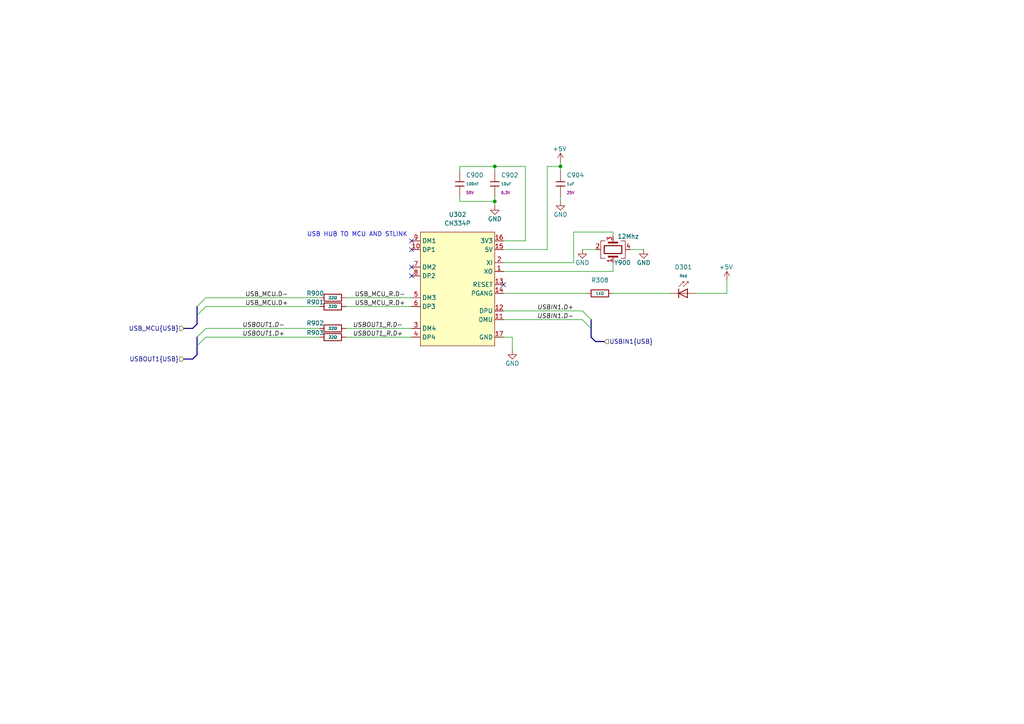
<source format=kicad_sch>
(kicad_sch (version 20250114) (generator "eeschema") (generator_version "9.0")
  (paper "A4")
  (title_block (title "ModuCard power supply unit") (date "2025-08-05") (rev "0") (company "KoNaR") (comment 1 "Base project authors: Dominik Pluta, Artem Horiunov") (comment 2 "Project author: Maciej Chodowiec"))
  (lib_symbols
    (symbol "CH334P:CH334P"
      (property "Reference" "U" (at -8.89 7.62 0))
      (property "Value" "CH334P" (at -1.27 1.27 0))
      (symbol "CH334P_1_1"
        (rectangle (start -10.16 6.35) (end 11.43 -26.67) (fill (type background)))
        (pin input line (at -12.7 3.81 0) (length 2.54) (name "DM1") (number "9"))
        (pin input line (at -12.7 1.27 0) (length 2.54) (name "DP1") (number "10"))
        (pin input line (at -12.7 -3.81 0) (length 2.54) (name "DM2") (number "7"))
        (pin input line (at -12.7 -6.35 0) (length 2.54) (name "DP2") (number "8"))
        (pin input line (at -12.7 -12.7 0) (length 2.54) (name "DM3") (number "5"))
        (pin input line (at -12.7 -15.24 0) (length 2.54) (name "DP3") (number "6"))
        (pin input line (at -12.7 -21.59 0) (length 2.54) (name "DM4") (number "3"))
        (pin input line (at -12.7 -24.13 0) (length 2.54) (name "DP4") (number "4"))
        (pin input line (at 13.97 3.81 180) (length 2.54) (name "3V3") (number "16"))
        (pin input line (at 13.97 1.27 180) (length 2.54) (name "5V") (number "15"))
        (pin input line (at 13.97 -2.54 180) (length 2.54) (name "XI") (number "2"))
        (pin input line (at 13.97 -5.08 180) (length 2.54) (name "XO") (number "1"))
        (pin input line (at 13.97 -8.89 180) (length 2.54) (name "RESET") (number "13"))
        (pin input line (at 13.97 -11.43 180) (length 2.54) (name "PGANG") (number "14"))
        (pin input line (at 13.97 -16.51 180) (length 2.54) (name "DPU") (number "12"))
        (pin input line (at 13.97 -19.05 180) (length 2.54) (name "DMU") (number "11"))
        (pin input line (at 13.97 -24.13 180) (length 2.54) (name "GND") (number "17"))
      )
    )
    (symbol "Device:Crystal_GND24" (pin_names (offset 1.016) (hide yes))
      (property "Reference" "Y" (at 3.175 5.08 0))
      (property "Value" "Crystal_GND24" (at 3.175 3.175 0))
      (symbol "Crystal_GND24_0_1"
        (polyline (pts (xy -2.54 2.286) (xy -2.54 3.556) (xy 2.54 3.556) (xy 2.54 2.286)))
        (polyline (pts (xy -2.54 0) (xy -2.032 0)))
        (polyline (pts (xy -2.54 -2.286) (xy -2.54 -3.556) (xy 2.54 -3.556) (xy 2.54 -2.286)))
        (polyline (pts (xy -2.032 -1.27) (xy -2.032 1.27)) (stroke (width 0.508)))
        (rectangle (start -1.143 2.54) (end 1.143 -2.54) (stroke (width 0.3048)))
        (polyline (pts (xy 0 3.556) (xy 0 3.81)))
        (polyline (pts (xy 0 -3.81) (xy 0 -3.556)))
        (polyline (pts (xy 2.032 0) (xy 2.54 0)))
        (polyline (pts (xy 2.032 -1.27) (xy 2.032 1.27)) (stroke (width 0.508)))
      )
      (symbol "Crystal_GND24_1_1"
        (pin passive line (at -3.81 0 0) (length 1.27) (name "1") (number "1"))
        (pin passive line (at 0 5.08 270) (length 1.27) (name "2") (number "2"))
        (pin passive line (at 0 -5.08 90) (length 1.27) (name "4") (number "4"))
        (pin passive line (at 3.81 0 180) (length 1.27) (name "3") (number "3"))
      )
    )
    (symbol "PCM_JLCPCB-Capacitors:0402,100nF,(2)" (pin_numbers (hide yes)) (pin_names (offset 0))
      (property "Reference" "C" (at 2.032 1.668 0))
      (property "Value" "100nF" (at 2.032 -0.3782 0))
      (property "Voltage Rated" "50V" (at 2.032 -2.0462 0))
      (symbol "0402,100nF,(2)_0_1"
        (polyline (pts (xy -1.27 0.635) (xy 1.27 0.635)) (stroke (width 0.254)))
        (polyline (pts (xy -1.27 -0.635) (xy 1.27 -0.635)) (stroke (width 0.254)))
      )
      (symbol "0402,100nF,(2)_1_1"
        (pin passive line (at 0 3.81 270) (length 3.175) (name "~") (number "1"))
        (pin passive line (at 0 -3.81 90) (length 3.175) (name "~") (number "2"))
      )
    )
    (symbol "PCM_JLCPCB-Capacitors:0402,10uF" (pin_numbers (hide yes)) (pin_names (offset 0))
      (property "Reference" "C" (at 2.032 1.668 0))
      (property "Value" "10uF" (at 2.032 -0.3782 0))
      (property "Voltage Rated" "6.3V" (at 2.032 -2.0462 0))
      (symbol "0402,10uF_0_1"
        (polyline (pts (xy -1.27 0.635) (xy 1.27 0.635)) (stroke (width 0.254)))
        (polyline (pts (xy -1.27 -0.635) (xy 1.27 -0.635)) (stroke (width 0.254)))
      )
      (symbol "0402,10uF_1_1"
        (pin passive line (at 0 3.81 270) (length 3.175) (name "~") (number "1"))
        (pin passive line (at 0 -3.81 90) (length 3.175) (name "~") (number "2"))
      )
    )
    (symbol "PCM_JLCPCB-Capacitors:0402,1uF" (pin_numbers (hide yes)) (pin_names (offset 0))
      (property "Reference" "C" (at 2.032 1.668 0))
      (property "Value" "1uF" (at 2.032 -0.3782 0))
      (property "Voltage Rated" "25V" (at 2.032 -2.0462 0))
      (symbol "0402,1uF_0_1"
        (polyline (pts (xy -1.27 0.635) (xy 1.27 0.635)) (stroke (width 0.254)))
        (polyline (pts (xy -1.27 -0.635) (xy 1.27 -0.635)) (stroke (width 0.254)))
      )
      (symbol "0402,1uF_1_1"
        (pin passive line (at 0 3.81 270) (length 3.175) (name "~") (number "1"))
        (pin passive line (at 0 -3.81 90) (length 3.175) (name "~") (number "2"))
      )
    )
    (symbol "PCM_JLCPCB-Diodes:LED,0603,Red" (pin_numbers (hide yes)) (pin_names (offset 0))
      (property "Reference" "D" (at 2.032 0.834 0))
      (property "Value" "Red" (at 2.032 -1.2122 0))
      (symbol "LED,0603,Red_0_1"
        (polyline (pts (xy -1.905 0) (xy -3.429 1.524) (xy -3.429 1.016) (xy -3.429 1.524) (xy -2.921 1.524)) (stroke (width 0.127)))
        (polyline (pts (xy -1.905 -1.27) (xy -3.429 0.254) (xy -3.429 -0.254) (xy -3.429 0.254) (xy -2.921 0.254)) (stroke (width 0.127)))
        (polyline (pts (xy -1.27 1.27) (xy 0 -1.27) (xy 1.27 1.27) (xy -1.27 1.27)) (stroke (width 0.254)))
        (polyline (pts (xy -1.27 -1.27) (xy 1.27 -1.27)) (stroke (width 0.254)))
      )
      (symbol "LED,0603,Red_1_1"
        (pin passive line (at 0 3.81 270) (length 3.81) (name "~") (number "2"))
        (pin passive line (at 0 -3.81 90) (length 3.81) (name "~") (number "1"))
      )
    )
    (symbol "PCM_JLCPCB-Resistors:0402,1kΩ" (pin_numbers (hide yes)) (pin_names (offset 0))
      (property "Reference" "R" (at 1.778 0 0))
      (property "Value" "1kΩ" (at 0 0 90))
      (symbol "0402,1kΩ_0_1"
        (rectangle (start -1.016 2.54) (end 1.016 -2.54) (stroke (width 0.254)))
      )
      (symbol "0402,1kΩ_1_1"
        (pin passive line (at 0 3.81 270) (length 1.27) (name "~") (number "1"))
        (pin passive line (at 0 -3.81 90) (length 1.27) (name "~") (number "2"))
      )
    )
    (symbol "PCM_JLCPCB-Resistors:0402,22Ω" (pin_numbers (hide yes)) (pin_names (offset 0))
      (property "Reference" "R" (at 1.778 0 0))
      (property "Value" "22Ω" (at 0 0 90))
      (symbol "0402,22Ω_0_1"
        (rectangle (start -1.016 2.54) (end 1.016 -2.54) (stroke (width 0.254)))
      )
      (symbol "0402,22Ω_1_1"
        (pin passive line (at 0 3.81 270) (length 1.27) (name "~") (number "1"))
        (pin passive line (at 0 -3.81 90) (length 1.27) (name "~") (number "2"))
      )
    )
    (symbol "power:+5V" (power) (pin_numbers (hide yes)) (pin_names (offset 0) (hide yes))
      (property "Value" "+5V" (at 0 3.556 0))
      (symbol "+5V_0_1"
        (polyline (pts (xy -0.762 1.27) (xy 0 2.54)))
        (polyline (pts (xy 0 2.54) (xy 0.762 1.27)))
        (polyline (pts (xy 0 0) (xy 0 2.54)))
      )
      (symbol "+5V_1_1"
        (pin power_in line (at 0 0 90) (length 0) (name "~") (number "1"))
      )
    )
    (symbol "power:GND" (power) (pin_numbers (hide yes)) (pin_names (offset 0) (hide yes))
      (property "Value" "GND" (at 0 -3.81 0))
      (symbol "GND_0_1"
        (polyline (pts (xy 0 0) (xy 0 -1.27) (xy 1.27 -1.27) (xy 0 -2.54) (xy -1.27 -1.27) (xy 0 -1.27)))
      )
      (symbol "GND_1_1"
        (pin power_in line (at 0 0 270) (length 0) (name "~") (number "1"))
      )
    )
  )
  (bus_alias "USB" (members "D+" "D-"))
  (text "USB HUB TO MCU AND STLINK" (at 103.632 68.072 0) (effects (font (size 1.27 1.27))))
  (junction (at 162.56 48.26))
  (junction (at 143.51 58.42))
  (junction (at 143.51 48.26))
  (no_connect (at 119.38 80.01))
  (no_connect (at 119.38 77.47))
  (no_connect (at 119.38 69.85))
  (no_connect (at 146.05 82.55))
  (no_connect (at 119.38 72.39))
  (bus_entry (at 59.69 86.36) (size -2.54 2.54))
  (bus_entry (at 171.45 95.25) (size -2.54 -2.54))
  (bus_entry (at 59.69 95.25) (size -2.54 2.54))
  (bus_entry (at 59.69 97.79) (size -2.54 2.54))
  (bus_entry (at 171.45 92.71) (size -2.54 -2.54))
  (bus_entry (at 59.69 88.9) (size -2.54 2.54))
  (wire (pts (xy 133.35 48.26) (xy 143.51 48.26)))
  (wire (pts (xy 59.69 97.79) (xy 92.71 97.79)))
  (wire (pts (xy 182.88 72.39) (xy 186.69 72.39)))
  (wire (pts (xy 59.69 95.25) (xy 92.71 95.25)))
  (wire (pts (xy 158.75 48.26) (xy 158.75 72.39)))
  (wire (pts (xy 146.05 90.17) (xy 168.91 90.17)))
  (wire (pts (xy 201.93 85.09) (xy 210.82 85.09)))
  (bus (pts (xy 57.15 91.44) (xy 57.15 93.98)))
  (wire (pts (xy 168.91 72.39) (xy 172.72 72.39)))
  (wire (pts (xy 143.51 57.15) (xy 143.51 58.42)))
  (bus (pts (xy 53.34 95.25) (xy 55.88 95.25)))
  (wire (pts (xy 162.56 46.99) (xy 162.56 48.26)))
  (bus (pts (xy 57.15 88.9) (xy 57.15 91.44)))
  (wire (pts (xy 166.37 67.31) (xy 177.8 67.31)))
  (wire (pts (xy 152.4 48.26) (xy 152.4 69.85)))
  (wire (pts (xy 143.51 58.42) (xy 143.51 59.69)))
  (wire (pts (xy 146.05 69.85) (xy 152.4 69.85)))
  (bus (pts (xy 57.15 100.33) (xy 57.15 102.87)))
  (bus (pts (xy 172.72 99.06) (xy 171.45 97.79)))
  (bus (pts (xy 57.15 97.79) (xy 57.15 100.33)))
  (wire (pts (xy 146.05 92.71) (xy 168.91 92.71)))
  (wire (pts (xy 146.05 78.74) (xy 177.8 78.74)))
  (wire (pts (xy 210.82 85.09) (xy 210.82 81.28)))
  (wire (pts (xy 59.69 86.36) (xy 92.71 86.36)))
  (bus (pts (xy 53.34 104.14) (xy 55.88 104.14)))
  (wire (pts (xy 133.35 58.42) (xy 143.51 58.42)))
  (wire (pts (xy 148.59 101.6) (xy 148.59 97.79)))
  (wire (pts (xy 133.35 58.42) (xy 133.35 57.15)))
  (wire (pts (xy 152.4 48.26) (xy 143.51 48.26)))
  (bus (pts (xy 57.15 93.98) (xy 55.88 95.25)))
  (wire (pts (xy 100.33 88.9) (xy 119.38 88.9)))
  (wire (pts (xy 162.56 49.53) (xy 162.56 48.26)))
  (wire (pts (xy 146.05 72.39) (xy 158.75 72.39)))
  (wire (pts (xy 146.05 85.09) (xy 170.18 85.09)))
  (wire (pts (xy 148.59 97.79) (xy 146.05 97.79)))
  (wire (pts (xy 133.35 48.26) (xy 133.35 49.53)))
  (wire (pts (xy 100.33 86.36) (xy 119.38 86.36)))
  (bus (pts (xy 172.72 99.06) (xy 175.26 99.06)))
  (wire (pts (xy 143.51 49.53) (xy 143.51 48.26)))
  (bus (pts (xy 171.45 92.71) (xy 171.45 95.25)))
  (wire (pts (xy 177.8 85.09) (xy 194.31 85.09)))
  (bus (pts (xy 57.15 102.87) (xy 55.88 104.14)))
  (wire (pts (xy 146.05 76.2) (xy 166.37 76.2)))
  (wire (pts (xy 166.37 67.31) (xy 166.37 76.2)))
  (wire (pts (xy 100.33 97.79) (xy 119.38 97.79)))
  (wire (pts (xy 59.69 88.9) (xy 92.71 88.9)))
  (wire (pts (xy 100.33 95.25) (xy 119.38 95.25)))
  (wire (pts (xy 177.8 67.31) (xy 177.8 68.58)))
  (wire (pts (xy 177.8 76.2) (xy 177.8 78.74)))
  (bus (pts (xy 171.45 95.25) (xy 171.45 97.79)))
  (wire (pts (xy 162.56 57.15) (xy 162.56 58.42)))
  (wire (pts (xy 158.75 48.26) (xy 162.56 48.26)))
  (label "USBIN1.D-" (at 166.37 92.71 180) (effects (font (italic yes))))
  (label "USB_MCU.D+" (at 71.12 88.9 0))
  (label "USBIN1.D+" (at 166.37 90.17 180) (effects (font (italic yes))))
  (label "USB_MCU_R.D+" (at 102.87 88.9 0))
  (label "USB_MCU_R.D-" (at 102.87 86.36 0))
  (label "USB_MCU.D-" (at 71.12 86.36 0))
  (label "USBOUT1.D-" (at 82.55 95.25 180) (effects (font (italic yes))))
  (label "USBOUT1_R.D+" (at 116.84 97.79 180) (effects (font (italic yes))))
  (label "USBOUT1.D+" (at 82.55 97.79 180) (effects (font (italic yes))))
  (label "USBOUT1_R.D-" (at 116.84 95.25 180) (effects (font (italic yes))))
  (hierarchical_label "USBIN1{USB}" (shape input) (at 175.26 99.06 0))
  (hierarchical_label "USBOUT1{USB}" (shape input) (at 53.34 104.14 180))
  (hierarchical_label "USB_MCU{USB}" (shape input) (at 53.34 95.25 180))
  (symbol (lib_id "PCM_JLCPCB-Resistors:0402,22Ω") (at 96.52 86.36 90) (unit 1)
    (property "Reference" "R900" (at 91.44 85.09 90))
    (property "Value" "22Ω" (at 96.52 86.36 90) (effects (font (size 0.8 0.8))))
    (property "Footprint" "PCM_JLCPCB:R_0402" (effects (hide yes)))
    (property "Datasheet" "https://www.lcsc.com/datasheet/lcsc_datasheet_2205311900_UNI-ROYAL-Uniroyal-Elec-0402WGF220JTCE_C25092.pdf" (effects (hide yes)))
    (property "Description" "62.5mW Thick Film Resistors 50V ±1% ±100ppm/°C 22Ω 0402 Chip Resistor - Surface Mount ROHS" (effects (hide yes)))
    (property "LCSC" "C25092" (effects (hide yes)))
    (property "Stock" "7466061" (effects (hide yes)))
    (property "Price" "0.004USD" (effects (hide yes)))
    (property "Process" "SMT" (effects (hide yes)))
    (property "Minimum Qty" "20" (effects (hide yes)))
    (property "Attrition Qty" "10" (effects (hide yes)))
    (property "Class" "Basic Component" (effects (hide yes)))
    (property "Category" "Resistors,Chip Resistor - Surface Mount" (effects (hide yes)))
    (property "Manufacturer" "UNI-ROYAL(Uniroyal Elec)" (effects (hide yes)))
    (property "Part" "0402WGF220JTCE" (effects (hide yes)))
    (property "Resistance" "22Ω" (effects (hide yes)))
    (property "Power(Watts)" "62.5mW" (effects (hide yes)))
    (property "Type" "Thick Film Resistors" (effects (hide yes)))
    (property "Overload Voltage (Max)" "50V" (effects (hide yes)))
    (property "Operating Temperature Range" "-55°C~+155°C" (effects (hide yes)))
    (property "Tolerance" "±1%" (effects (hide yes)))
    (property "Temperature Coefficient" "±100ppm/°C" (effects (hide yes)))
  )
  (symbol (lib_id "power:GND") (at 186.69 72.39 0) (unit 1)
    (property "Reference" "#PWR0901" (effects (hide yes)))
    (property "Value" "GND" (at 186.69 76.2 0))
    (property "Description" "Power symbol creates a global label with name \"GND\" , ground" (effects (hide yes)))
  )
  (symbol (lib_id "power:GND") (at 143.51 59.69 0) (unit 1)
    (property "Reference" "#PWR0905" (effects (hide yes)))
    (property "Value" "GND" (at 143.51 63.5 0))
    (property "Description" "Power symbol creates a global label with name \"GND\" , ground" (effects (hide yes)))
  )
  (symbol (lib_id "PCM_JLCPCB-Capacitors:0402,100nF,(2)") (at 133.35 53.34 0) (unit 1)
    (property "Reference" "C900" (at 135.128 50.7999 0) (effects (justify left)))
    (property "Value" "100nF" (at 135.128 53.34 0) (effects (font (size 0.8 0.8)) (justify left)))
    (property "Footprint" "PCM_JLCPCB:C_0402" (effects (hide yes)))
    (property "Datasheet" "https://www.lcsc.com/datasheet/lcsc_datasheet_2304140030_Samsung-Electro-Mechanics-CL05B104KB54PNC_C307331.pdf" (effects (hide yes)))
    (property "Description" "50V 100nF X7R ±10% 0402 Multilayer Ceramic Capacitors MLCC - SMD/SMT ROHS" (effects (hide yes)))
    (property "LCSC" "C307331" (effects (hide yes)))
    (property "Stock" "8389599" (effects (hide yes)))
    (property "Price" "0.008USD" (effects (hide yes)))
    (property "Process" "SMT" (effects (hide yes)))
    (property "Minimum Qty" "20" (effects (hide yes)))
    (property "Attrition Qty" "10" (effects (hide yes)))
    (property "Class" "Basic Component" (effects (hide yes)))
    (property "Category" "Capacitors,Multilayer Ceramic Capacitors MLCC - SMD/SMT" (effects (hide yes)))
    (property "Manufacturer" "Samsung Electro-Mechanics" (effects (hide yes)))
    (property "Part" "CL05B104KB54PNC" (effects (hide yes)))
    (property "Voltage Rated" "50V" (at 135.128 55.88 0) (effects (font (size 0.8 0.8)) (justify left)))
    (property "Tolerance" "±10%" (effects (hide yes)))
    (property "Capacitance" "100nF" (effects (hide yes)))
    (property "Temperature Coefficient" "X7R" (effects (hide yes)))
  )
  (symbol (lib_id "PCM_JLCPCB-Capacitors:0402,1uF") (at 162.56 53.34 0) (unit 1)
    (property "Reference" "C904" (at 164.338 50.8 0) (effects (justify left)))
    (property "Value" "1uF" (at 164.338 53.3401 0) (effects (font (size 0.8 0.8)) (justify left)))
    (property "Footprint" "PCM_JLCPCB:C_0402" (effects (hide yes)))
    (property "Datasheet" "https://www.lcsc.com/datasheet/lcsc_datasheet_2304140030_Samsung-Electro-Mechanics-CL05A105KA5NQNC_C52923.pdf" (effects (hide yes)))
    (property "Description" "25V 1uF X5R ±10% 0402 Multilayer Ceramic Capacitors MLCC - SMD/SMT ROHS" (effects (hide yes)))
    (property "LCSC" "C52923" (effects (hide yes)))
    (property "Stock" "7021828" (effects (hide yes)))
    (property "Price" "0.006USD" (effects (hide yes)))
    (property "Process" "SMT" (effects (hide yes)))
    (property "Minimum Qty" "20" (effects (hide yes)))
    (property "Attrition Qty" "10" (effects (hide yes)))
    (property "Class" "Basic Component" (effects (hide yes)))
    (property "Category" "Capacitors,Multilayer Ceramic Capacitors MLCC - SMD/SMT" (effects (hide yes)))
    (property "Manufacturer" "Samsung Electro-Mechanics" (effects (hide yes)))
    (property "Part" "CL05A105KA5NQNC" (effects (hide yes)))
    (property "Voltage Rated" "25V" (at 164.338 55.8801 0) (effects (font (size 0.8 0.8)) (justify left)))
    (property "Tolerance" "±10%" (effects (hide yes)))
    (property "Capacitance" "1uF" (effects (hide yes)))
    (property "Temperature Coefficient" "X5R" (effects (hide yes)))
  )
  (symbol (lib_id "CH334P:CH334P") (at 132.08 73.66 0) (unit 1)
    (property "Reference" "U302" (at 132.715 62.23 0))
    (property "Value" "CH334P" (at 132.715 64.77 0))
    (property "Footprint" "Package_DFN_QFN:QFN-16-1EP_3x3mm_P0.5mm_EP1.7x1.7mm" (effects (hide yes)))
    (property "Datasheet" "https://www.lcsc.com/datasheet/lcsc_datasheet_2408131044_WCH-Jiangsu-Qin-Heng-CH334P_C5373042.pdf" (effects (hide yes)))
    (property "Description" "4 Port Hub with MTT" (effects (hide yes)))
    (property "LCSC" "C5373042" (effects (hide yes)))
  )
  (symbol (lib_id "PCM_JLCPCB-Resistors:0402,22Ω") (at 96.52 95.25 90) (unit 1)
    (property "Reference" "R902" (at 91.44 93.726 90))
    (property "Value" "22Ω" (at 96.52 95.25 90) (effects (font (size 0.8 0.8))))
    (property "Footprint" "PCM_JLCPCB:R_0402" (effects (hide yes)))
    (property "Datasheet" "https://www.lcsc.com/datasheet/lcsc_datasheet_2205311900_UNI-ROYAL-Uniroyal-Elec-0402WGF220JTCE_C25092.pdf" (effects (hide yes)))
    (property "Description" "62.5mW Thick Film Resistors 50V ±1% ±100ppm/°C 22Ω 0402 Chip Resistor - Surface Mount ROHS" (effects (hide yes)))
    (property "LCSC" "C25092" (effects (hide yes)))
    (property "Stock" "7466061" (effects (hide yes)))
    (property "Price" "0.004USD" (effects (hide yes)))
    (property "Process" "SMT" (effects (hide yes)))
    (property "Minimum Qty" "20" (effects (hide yes)))
    (property "Attrition Qty" "10" (effects (hide yes)))
    (property "Class" "Basic Component" (effects (hide yes)))
    (property "Category" "Resistors,Chip Resistor - Surface Mount" (effects (hide yes)))
    (property "Manufacturer" "UNI-ROYAL(Uniroyal Elec)" (effects (hide yes)))
    (property "Part" "0402WGF220JTCE" (effects (hide yes)))
    (property "Resistance" "22Ω" (effects (hide yes)))
    (property "Power(Watts)" "62.5mW" (effects (hide yes)))
    (property "Type" "Thick Film Resistors" (effects (hide yes)))
    (property "Overload Voltage (Max)" "50V" (effects (hide yes)))
    (property "Operating Temperature Range" "-55°C~+155°C" (effects (hide yes)))
    (property "Tolerance" "±1%" (effects (hide yes)))
    (property "Temperature Coefficient" "±100ppm/°C" (effects (hide yes)))
  )
  (symbol (lib_id "PCM_JLCPCB-Resistors:0402,22Ω") (at 96.52 97.79 90) (unit 1)
    (property "Reference" "R903" (at 91.44 96.52 90))
    (property "Value" "22Ω" (at 96.52 97.79 90) (effects (font (size 0.8 0.8))))
    (property "Footprint" "PCM_JLCPCB:R_0402" (effects (hide yes)))
    (property "Datasheet" "https://www.lcsc.com/datasheet/lcsc_datasheet_2205311900_UNI-ROYAL-Uniroyal-Elec-0402WGF220JTCE_C25092.pdf" (effects (hide yes)))
    (property "Description" "62.5mW Thick Film Resistors 50V ±1% ±100ppm/°C 22Ω 0402 Chip Resistor - Surface Mount ROHS" (effects (hide yes)))
    (property "LCSC" "C25092" (effects (hide yes)))
    (property "Stock" "7466061" (effects (hide yes)))
    (property "Price" "0.004USD" (effects (hide yes)))
    (property "Process" "SMT" (effects (hide yes)))
    (property "Minimum Qty" "20" (effects (hide yes)))
    (property "Attrition Qty" "10" (effects (hide yes)))
    (property "Class" "Basic Component" (effects (hide yes)))
    (property "Category" "Resistors,Chip Resistor - Surface Mount" (effects (hide yes)))
    (property "Manufacturer" "UNI-ROYAL(Uniroyal Elec)" (effects (hide yes)))
    (property "Part" "0402WGF220JTCE" (effects (hide yes)))
    (property "Resistance" "22Ω" (effects (hide yes)))
    (property "Power(Watts)" "62.5mW" (effects (hide yes)))
    (property "Type" "Thick Film Resistors" (effects (hide yes)))
    (property "Overload Voltage (Max)" "50V" (effects (hide yes)))
    (property "Operating Temperature Range" "-55°C~+155°C" (effects (hide yes)))
    (property "Tolerance" "±1%" (effects (hide yes)))
    (property "Temperature Coefficient" "±100ppm/°C" (effects (hide yes)))
  )
  (symbol (lib_id "PCM_JLCPCB-Resistors:0402,22Ω") (at 96.52 88.9 90) (unit 1)
    (property "Reference" "R901" (at 91.44 87.63 90))
    (property "Value" "22Ω" (at 96.52 88.9 90) (effects (font (size 0.8 0.8))))
    (property "Footprint" "PCM_JLCPCB:R_0402" (effects (hide yes)))
    (property "Datasheet" "https://www.lcsc.com/datasheet/lcsc_datasheet_2205311900_UNI-ROYAL-Uniroyal-Elec-0402WGF220JTCE_C25092.pdf" (effects (hide yes)))
    (property "Description" "62.5mW Thick Film Resistors 50V ±1% ±100ppm/°C 22Ω 0402 Chip Resistor - Surface Mount ROHS" (effects (hide yes)))
    (property "LCSC" "C25092" (effects (hide yes)))
    (property "Stock" "7466061" (effects (hide yes)))
    (property "Price" "0.004USD" (effects (hide yes)))
    (property "Process" "SMT" (effects (hide yes)))
    (property "Minimum Qty" "20" (effects (hide yes)))
    (property "Attrition Qty" "10" (effects (hide yes)))
    (property "Class" "Basic Component" (effects (hide yes)))
    (property "Category" "Resistors,Chip Resistor - Surface Mount" (effects (hide yes)))
    (property "Manufacturer" "UNI-ROYAL(Uniroyal Elec)" (effects (hide yes)))
    (property "Part" "0402WGF220JTCE" (effects (hide yes)))
    (property "Resistance" "22Ω" (effects (hide yes)))
    (property "Power(Watts)" "62.5mW" (effects (hide yes)))
    (property "Type" "Thick Film Resistors" (effects (hide yes)))
    (property "Overload Voltage (Max)" "50V" (effects (hide yes)))
    (property "Operating Temperature Range" "-55°C~+155°C" (effects (hide yes)))
    (property "Tolerance" "±1%" (effects (hide yes)))
    (property "Temperature Coefficient" "±100ppm/°C" (effects (hide yes)))
  )
  (symbol (lib_id "power:GND") (at 148.59 101.6 0) (unit 1)
    (property "Reference" "#PWR0329" (effects (hide yes)))
    (property "Value" "GND" (at 148.59 105.41 0))
    (property "Description" "Power symbol creates a global label with name \"GND\" , ground" (effects (hide yes)))
  )
  (symbol (lib_id "PCM_JLCPCB-Diodes:LED,0603,Red") (at 198.12 85.09 270) (unit 1)
    (property "Reference" "D301" (at 198.2152 77.47 90))
    (property "Value" "Red" (at 198.2152 80.01 90) (effects (font (size 0.8 0.8))))
    (property "Footprint" "PCM_JLCPCB:D_0603" (effects (hide yes)))
    (property "Datasheet" "https://www.lcsc.com/datasheet/lcsc_datasheet_1810231112_Hubei-KENTO-Elec-KT-0603R_C2286.pdf" (effects (hide yes)))
    (property "Description" "-40°C~+85°C Red 0603 LED Indication - Discrete ROHS" (effects (hide yes)))
    (property "LCSC" "C2286" (effects (hide yes)))
    (property "Stock" "5373336" (effects (hide yes)))
    (property "Price" "0.009USD" (effects (hide yes)))
    (property "Process" "SMT" (effects (hide yes)))
    (property "Minimum Qty" "20" (effects (hide yes)))
    (property "Attrition Qty" "10" (effects (hide yes)))
    (property "Class" "Basic Component" (effects (hide yes)))
    (property "Category" "Optocouplers & LEDs & Infrared,Light Emitting Diodes (LED)" (effects (hide yes)))
    (property "Manufacturer" "Hubei KENTO Elec" (effects (hide yes)))
    (property "Part" "KT-0603R" (effects (hide yes)))
  )
  (symbol (lib_id "PCM_JLCPCB-Capacitors:0402,10uF") (at 143.51 53.34 0) (unit 1)
    (property "Reference" "C902" (at 145.288 50.7999 0) (effects (justify left)))
    (property "Value" "10uF" (at 145.288 53.34 0) (effects (font (size 0.8 0.8)) (justify left)))
    (property "Footprint" "PCM_JLCPCB:C_0402" (effects (hide yes)))
    (property "Datasheet" "https://www.lcsc.com/datasheet/lcsc_datasheet_2208231630_Samsung-Electro-Mechanics-CL05A106MQ5NUNC_C15525.pdf" (effects (hide yes)))
    (property "Description" "6.3V 10uF X5R ±20% 0402 Multilayer Ceramic Capacitors MLCC - SMD/SMT ROHS" (effects (hide yes)))
    (property "LCSC" "C15525" (effects (hide yes)))
    (property "Stock" "3940889" (effects (hide yes)))
    (property "Price" "0.009USD" (effects (hide yes)))
    (property "Process" "SMT" (effects (hide yes)))
    (property "Minimum Qty" "20" (effects (hide yes)))
    (property "Attrition Qty" "10" (effects (hide yes)))
    (property "Class" "Basic Component" (effects (hide yes)))
    (property "Category" "Capacitors,Multilayer Ceramic Capacitors MLCC - SMD/SMT" (effects (hide yes)))
    (property "Manufacturer" "Samsung Electro-Mechanics" (effects (hide yes)))
    (property "Part" "CL05A106MQ5NUNC" (effects (hide yes)))
    (property "Voltage Rated" "6.3V" (at 145.288 55.88 0) (effects (font (size 0.8 0.8)) (justify left)))
    (property "Tolerance" "±20%" (effects (hide yes)))
    (property "Capacitance" "10uF" (effects (hide yes)))
    (property "Temperature Coefficient" "X5R" (effects (hide yes)))
  )
  (symbol (lib_id "power:+5V") (at 162.56 46.99 0) (unit 1)
    (property "Reference" "#PWR0902" (effects (hide yes)))
    (property "Value" "+5V" (at 162.306 43.18 0))
    (property "Description" "Power symbol creates a global label with name \"+5V\"" (effects (hide yes)))
  )
  (symbol (lib_id "power:GND") (at 162.56 58.42 0) (mirror y) (unit 1)
    (property "Reference" "#PWR0904" (effects (hide yes)))
    (property "Value" "GND" (at 162.56 62.23 0))
    (property "Description" "Power symbol creates a global label with name \"GND\" , ground" (effects (hide yes)))
  )
  (symbol (lib_id "power:GND") (at 168.91 72.39 0) (unit 1)
    (property "Reference" "#PWR0900" (effects (hide yes)))
    (property "Value" "GND" (at 168.91 76.2 0))
    (property "Description" "Power symbol creates a global label with name \"GND\" , ground" (effects (hide yes)))
  )
  (symbol (lib_id "PCM_JLCPCB-Resistors:0402,1kΩ") (at 173.99 85.09 90) (unit 1)
    (property "Reference" "R308" (at 173.99 81.28 90))
    (property "Value" "1kΩ" (at 173.99 85.09 90) (effects (font (size 0.8 0.8))))
    (property "Footprint" "PCM_JLCPCB:R_0402" (effects (hide yes)))
    (property "Datasheet" "https://www.lcsc.com/datasheet/lcsc_datasheet_2206010216_UNI-ROYAL-Uniroyal-Elec-0402WGF1001TCE_C11702.pdf" (effects (hide yes)))
    (property "Description" "62.5mW Thick Film Resistors 50V ±100ppm/°C ±1% 1kΩ 0402 Chip Resistor - Surface Mount ROHS" (effects (hide yes)))
    (property "LCSC" "C11702" (effects (hide yes)))
    (property "Stock" "13226393" (effects (hide yes)))
    (property "Price" "0.004USD" (effects (hide yes)))
    (property "Process" "SMT" (effects (hide yes)))
    (property "Minimum Qty" "20" (effects (hide yes)))
    (property "Attrition Qty" "10" (effects (hide yes)))
    (property "Class" "Basic Component" (effects (hide yes)))
    (property "Category" "Resistors,Chip Resistor - Surface Mount" (effects (hide yes)))
    (property "Manufacturer" "UNI-ROYAL(Uniroyal Elec)" (effects (hide yes)))
    (property "Part" "0402WGF1001TCE" (effects (hide yes)))
    (property "Resistance" "1kΩ" (effects (hide yes)))
    (property "Power(Watts)" "62.5mW" (effects (hide yes)))
    (property "Type" "Thick Film Resistors" (effects (hide yes)))
    (property "Overload Voltage (Max)" "50V" (effects (hide yes)))
    (property "Operating Temperature Range" "-55°C~+155°C" (effects (hide yes)))
    (property "Tolerance" "±1%" (effects (hide yes)))
    (property "Temperature Coefficient" "±100ppm/°C" (effects (hide yes)))
  )
  (symbol (lib_id "Device:Crystal_GND24") (at 177.8 72.39 90) (unit 1)
    (property "Reference" "Y900" (at 178.054 76.2 90) (effects (justify right)))
    (property "Value" "12Mhz" (at 179.07 68.58 90) (effects (justify right)))
    (property "Footprint" "Crystal:Crystal_SMD_3225-4Pin_3.2x2.5mm" (effects (hide yes)))
    (property "Description" "Four pin crystal, GND on pins 2 and 4" (effects (hide yes)))
    (property "LCSC" "C70565" (effects (hide yes)))
  )
  (symbol (lib_id "power:+5V") (at 210.82 81.28 0) (unit 1)
    (property "Reference" "#PWR0328" (effects (hide yes)))
    (property "Value" "+5V" (at 210.566 77.47 0))
    (property "Description" "Power symbol creates a global label with name \"+5V\"" (effects (hide yes)))
  )
)
</source>
